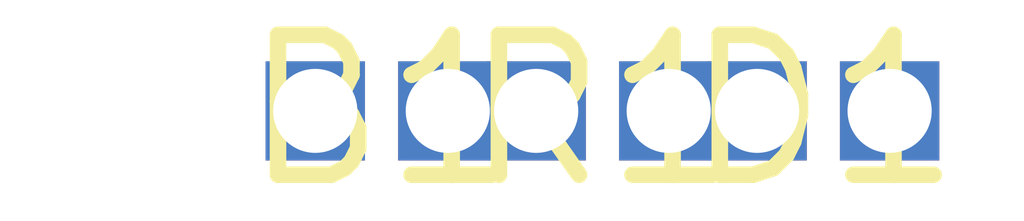
<source format=kicad_pcb>
(kicad_pcb (version 20241229) (generator "pcbnew") (generator_version "9.0")
  (layers (0 "F.Cu" signal) (2 "B.Cu" signal) (13 "F.Paste" user) (15 "B.Paste" user) (5 "F.SilkS" user "F.Silkscreen") (7 "B.SilkS" user "B.Silkscreen") (1 "F.Mask" user) (3 "B.Mask" user) (25 "Edge.Cuts" user))
  (net 0 "")
  (footprint "" (layer "F.Cu") (at 4 0)
    (property "Reference" "D1" (at 0 0 0) (layer "F.SilkS") (effects (font (size 1.27 1.27))))
    (property "Value" "LED")
    (pad "1" thru_hole rect (at -0.6 0) (size 0.9 0.9) (drill 0.762) (layers "*.Cu" "*.Mask"))
    (pad "2" thru_hole rect (at 0.6 0) (size 0.9 0.9) (drill 0.762) (layers "*.Cu" "*.Mask"))
  )
  (footprint "" (layer "F.Cu") (at 2 0)
    (property "Reference" "R1" (at 0 0 0) (layer "F.SilkS") (effects (font (size 1.27 1.27))))
    (property "Value" "330")
    (pad "1" thru_hole rect (at -0.6 0) (size 0.9 0.9) (drill 0.762) (layers "*.Cu" "*.Mask"))
    (pad "2" thru_hole rect (at 0.6 0) (size 0.9 0.9) (drill 0.762) (layers "*.Cu" "*.Mask"))
  )
  (footprint "" (layer "F.Cu") (at 0 0)
    (property "Reference" "B1" (at 0 0 0) (layer "F.SilkS") (effects (font (size 1.27 1.27))))
    (property "Value" "Battery")
    (pad "1" thru_hole rect (at -0.6 0) (size 0.9 0.9) (drill 0.762) (layers "*.Cu" "*.Mask"))
    (pad "2" thru_hole rect (at 0.6 0) (size 0.9 0.9) (drill 0.762) (layers "*.Cu" "*.Mask"))
  )
)
</source>
